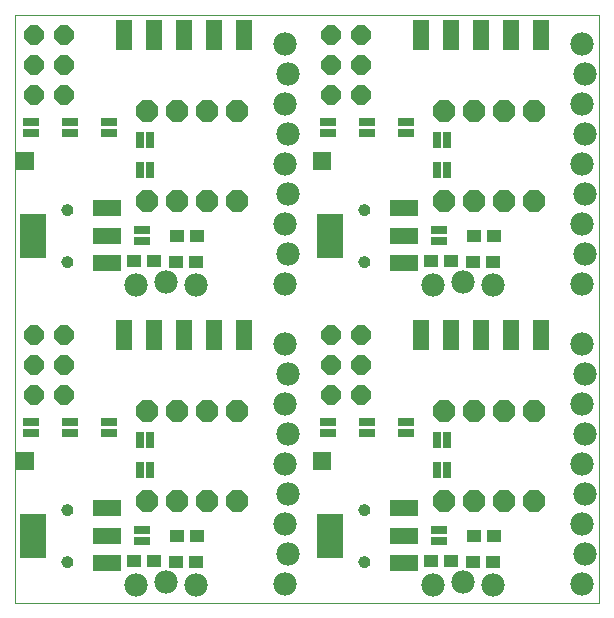
<source format=gbs>
G75*
%MOIN*%
%OFA0B0*%
%FSLAX24Y24*%
%IPPOS*%
%LPD*%
%AMOC8*
5,1,8,0,0,1.08239X$1,22.5*
%
%ADD10C,0.0000*%
%ADD11OC8,0.0720*%
%ADD12R,0.0473X0.0434*%
%ADD13R,0.0540X0.1040*%
%ADD14C,0.0780*%
%ADD15C,0.0394*%
%ADD16R,0.0920X0.0520*%
%ADD17R,0.0906X0.1457*%
%ADD18R,0.0540X0.0290*%
%ADD19OC8,0.0640*%
%ADD20R,0.0290X0.0540*%
%ADD21R,0.0591X0.0591*%
D10*
X000778Y000102D02*
X000778Y019723D01*
X020273Y019723D01*
X020273Y000102D01*
X000778Y000102D01*
X002351Y001485D02*
X002353Y001511D01*
X002359Y001537D01*
X002369Y001562D01*
X002382Y001585D01*
X002398Y001605D01*
X002418Y001623D01*
X002440Y001638D01*
X002463Y001650D01*
X002489Y001658D01*
X002515Y001662D01*
X002541Y001662D01*
X002567Y001658D01*
X002593Y001650D01*
X002617Y001638D01*
X002638Y001623D01*
X002658Y001605D01*
X002674Y001585D01*
X002687Y001562D01*
X002697Y001537D01*
X002703Y001511D01*
X002705Y001485D01*
X002703Y001459D01*
X002697Y001433D01*
X002687Y001408D01*
X002674Y001385D01*
X002658Y001365D01*
X002638Y001347D01*
X002616Y001332D01*
X002593Y001320D01*
X002567Y001312D01*
X002541Y001308D01*
X002515Y001308D01*
X002489Y001312D01*
X002463Y001320D01*
X002439Y001332D01*
X002418Y001347D01*
X002398Y001365D01*
X002382Y001385D01*
X002369Y001408D01*
X002359Y001433D01*
X002353Y001459D01*
X002351Y001485D01*
X002351Y003218D02*
X002353Y003244D01*
X002359Y003270D01*
X002369Y003295D01*
X002382Y003318D01*
X002398Y003338D01*
X002418Y003356D01*
X002440Y003371D01*
X002463Y003383D01*
X002489Y003391D01*
X002515Y003395D01*
X002541Y003395D01*
X002567Y003391D01*
X002593Y003383D01*
X002617Y003371D01*
X002638Y003356D01*
X002658Y003338D01*
X002674Y003318D01*
X002687Y003295D01*
X002697Y003270D01*
X002703Y003244D01*
X002705Y003218D01*
X002703Y003192D01*
X002697Y003166D01*
X002687Y003141D01*
X002674Y003118D01*
X002658Y003098D01*
X002638Y003080D01*
X002616Y003065D01*
X002593Y003053D01*
X002567Y003045D01*
X002541Y003041D01*
X002515Y003041D01*
X002489Y003045D01*
X002463Y003053D01*
X002439Y003065D01*
X002418Y003080D01*
X002398Y003098D01*
X002382Y003118D01*
X002369Y003141D01*
X002359Y003166D01*
X002353Y003192D01*
X002351Y003218D01*
X002351Y011485D02*
X002353Y011511D01*
X002359Y011537D01*
X002369Y011562D01*
X002382Y011585D01*
X002398Y011605D01*
X002418Y011623D01*
X002440Y011638D01*
X002463Y011650D01*
X002489Y011658D01*
X002515Y011662D01*
X002541Y011662D01*
X002567Y011658D01*
X002593Y011650D01*
X002617Y011638D01*
X002638Y011623D01*
X002658Y011605D01*
X002674Y011585D01*
X002687Y011562D01*
X002697Y011537D01*
X002703Y011511D01*
X002705Y011485D01*
X002703Y011459D01*
X002697Y011433D01*
X002687Y011408D01*
X002674Y011385D01*
X002658Y011365D01*
X002638Y011347D01*
X002616Y011332D01*
X002593Y011320D01*
X002567Y011312D01*
X002541Y011308D01*
X002515Y011308D01*
X002489Y011312D01*
X002463Y011320D01*
X002439Y011332D01*
X002418Y011347D01*
X002398Y011365D01*
X002382Y011385D01*
X002369Y011408D01*
X002359Y011433D01*
X002353Y011459D01*
X002351Y011485D01*
X002351Y013218D02*
X002353Y013244D01*
X002359Y013270D01*
X002369Y013295D01*
X002382Y013318D01*
X002398Y013338D01*
X002418Y013356D01*
X002440Y013371D01*
X002463Y013383D01*
X002489Y013391D01*
X002515Y013395D01*
X002541Y013395D01*
X002567Y013391D01*
X002593Y013383D01*
X002617Y013371D01*
X002638Y013356D01*
X002658Y013338D01*
X002674Y013318D01*
X002687Y013295D01*
X002697Y013270D01*
X002703Y013244D01*
X002705Y013218D01*
X002703Y013192D01*
X002697Y013166D01*
X002687Y013141D01*
X002674Y013118D01*
X002658Y013098D01*
X002638Y013080D01*
X002616Y013065D01*
X002593Y013053D01*
X002567Y013045D01*
X002541Y013041D01*
X002515Y013041D01*
X002489Y013045D01*
X002463Y013053D01*
X002439Y013065D01*
X002418Y013080D01*
X002398Y013098D01*
X002382Y013118D01*
X002369Y013141D01*
X002359Y013166D01*
X002353Y013192D01*
X002351Y013218D01*
X012251Y013218D02*
X012253Y013244D01*
X012259Y013270D01*
X012269Y013295D01*
X012282Y013318D01*
X012298Y013338D01*
X012318Y013356D01*
X012340Y013371D01*
X012363Y013383D01*
X012389Y013391D01*
X012415Y013395D01*
X012441Y013395D01*
X012467Y013391D01*
X012493Y013383D01*
X012517Y013371D01*
X012538Y013356D01*
X012558Y013338D01*
X012574Y013318D01*
X012587Y013295D01*
X012597Y013270D01*
X012603Y013244D01*
X012605Y013218D01*
X012603Y013192D01*
X012597Y013166D01*
X012587Y013141D01*
X012574Y013118D01*
X012558Y013098D01*
X012538Y013080D01*
X012516Y013065D01*
X012493Y013053D01*
X012467Y013045D01*
X012441Y013041D01*
X012415Y013041D01*
X012389Y013045D01*
X012363Y013053D01*
X012339Y013065D01*
X012318Y013080D01*
X012298Y013098D01*
X012282Y013118D01*
X012269Y013141D01*
X012259Y013166D01*
X012253Y013192D01*
X012251Y013218D01*
X012251Y011485D02*
X012253Y011511D01*
X012259Y011537D01*
X012269Y011562D01*
X012282Y011585D01*
X012298Y011605D01*
X012318Y011623D01*
X012340Y011638D01*
X012363Y011650D01*
X012389Y011658D01*
X012415Y011662D01*
X012441Y011662D01*
X012467Y011658D01*
X012493Y011650D01*
X012517Y011638D01*
X012538Y011623D01*
X012558Y011605D01*
X012574Y011585D01*
X012587Y011562D01*
X012597Y011537D01*
X012603Y011511D01*
X012605Y011485D01*
X012603Y011459D01*
X012597Y011433D01*
X012587Y011408D01*
X012574Y011385D01*
X012558Y011365D01*
X012538Y011347D01*
X012516Y011332D01*
X012493Y011320D01*
X012467Y011312D01*
X012441Y011308D01*
X012415Y011308D01*
X012389Y011312D01*
X012363Y011320D01*
X012339Y011332D01*
X012318Y011347D01*
X012298Y011365D01*
X012282Y011385D01*
X012269Y011408D01*
X012259Y011433D01*
X012253Y011459D01*
X012251Y011485D01*
X012251Y003218D02*
X012253Y003244D01*
X012259Y003270D01*
X012269Y003295D01*
X012282Y003318D01*
X012298Y003338D01*
X012318Y003356D01*
X012340Y003371D01*
X012363Y003383D01*
X012389Y003391D01*
X012415Y003395D01*
X012441Y003395D01*
X012467Y003391D01*
X012493Y003383D01*
X012517Y003371D01*
X012538Y003356D01*
X012558Y003338D01*
X012574Y003318D01*
X012587Y003295D01*
X012597Y003270D01*
X012603Y003244D01*
X012605Y003218D01*
X012603Y003192D01*
X012597Y003166D01*
X012587Y003141D01*
X012574Y003118D01*
X012558Y003098D01*
X012538Y003080D01*
X012516Y003065D01*
X012493Y003053D01*
X012467Y003045D01*
X012441Y003041D01*
X012415Y003041D01*
X012389Y003045D01*
X012363Y003053D01*
X012339Y003065D01*
X012318Y003080D01*
X012298Y003098D01*
X012282Y003118D01*
X012269Y003141D01*
X012259Y003166D01*
X012253Y003192D01*
X012251Y003218D01*
X012251Y001485D02*
X012253Y001511D01*
X012259Y001537D01*
X012269Y001562D01*
X012282Y001585D01*
X012298Y001605D01*
X012318Y001623D01*
X012340Y001638D01*
X012363Y001650D01*
X012389Y001658D01*
X012415Y001662D01*
X012441Y001662D01*
X012467Y001658D01*
X012493Y001650D01*
X012517Y001638D01*
X012538Y001623D01*
X012558Y001605D01*
X012574Y001585D01*
X012587Y001562D01*
X012597Y001537D01*
X012603Y001511D01*
X012605Y001485D01*
X012603Y001459D01*
X012597Y001433D01*
X012587Y001408D01*
X012574Y001385D01*
X012558Y001365D01*
X012538Y001347D01*
X012516Y001332D01*
X012493Y001320D01*
X012467Y001312D01*
X012441Y001308D01*
X012415Y001308D01*
X012389Y001312D01*
X012363Y001320D01*
X012339Y001332D01*
X012318Y001347D01*
X012298Y001365D01*
X012282Y001385D01*
X012269Y001408D01*
X012259Y001433D01*
X012253Y001459D01*
X012251Y001485D01*
D11*
X015083Y003500D03*
X016083Y003500D03*
X017083Y003500D03*
X018083Y003500D03*
X018083Y006500D03*
X017083Y006500D03*
X016083Y006500D03*
X015083Y006500D03*
X015083Y013500D03*
X016083Y013500D03*
X017083Y013500D03*
X018083Y013500D03*
X018083Y016500D03*
X017083Y016500D03*
X016083Y016500D03*
X015083Y016500D03*
X008183Y016500D03*
X007183Y016500D03*
X006183Y016500D03*
X005183Y016500D03*
X005183Y013500D03*
X006183Y013500D03*
X007183Y013500D03*
X008183Y013500D03*
X008183Y006500D03*
X007183Y006500D03*
X006183Y006500D03*
X005183Y006500D03*
X005183Y003500D03*
X006183Y003500D03*
X007183Y003500D03*
X008183Y003500D03*
D12*
X006862Y002352D03*
X006193Y002352D03*
X006157Y001494D03*
X006826Y001494D03*
X005426Y001513D03*
X004757Y001513D03*
X004757Y011513D03*
X005426Y011513D03*
X006157Y011494D03*
X006826Y011494D03*
X006862Y012352D03*
X006193Y012352D03*
X014657Y011513D03*
X015326Y011513D03*
X016057Y011494D03*
X016726Y011494D03*
X016762Y012352D03*
X016093Y012352D03*
X016093Y002352D03*
X016762Y002352D03*
X016726Y001494D03*
X016057Y001494D03*
X015326Y001513D03*
X014657Y001513D03*
D13*
X014328Y009052D03*
X015328Y009052D03*
X016328Y009052D03*
X017328Y009052D03*
X018328Y009052D03*
X018328Y019052D03*
X017328Y019052D03*
X016328Y019052D03*
X015328Y019052D03*
X014328Y019052D03*
X008428Y019052D03*
X007428Y019052D03*
X006428Y019052D03*
X005428Y019052D03*
X004428Y019052D03*
X004428Y009052D03*
X005428Y009052D03*
X006428Y009052D03*
X007428Y009052D03*
X008428Y009052D03*
D14*
X009778Y008752D03*
X009878Y007752D03*
X009778Y006752D03*
X009878Y005752D03*
X009778Y004752D03*
X009878Y003752D03*
X009778Y002752D03*
X009878Y001752D03*
X009778Y000752D03*
X006828Y000702D03*
X005828Y000802D03*
X004828Y000702D03*
X004828Y010702D03*
X005828Y010802D03*
X006828Y010702D03*
X009778Y010752D03*
X009878Y011752D03*
X009778Y012752D03*
X009878Y013752D03*
X009778Y014752D03*
X009878Y015752D03*
X009778Y016752D03*
X009878Y017752D03*
X009778Y018752D03*
X015728Y010802D03*
X016728Y010702D03*
X014728Y010702D03*
X019678Y010752D03*
X019778Y011752D03*
X019678Y012752D03*
X019778Y013752D03*
X019678Y014752D03*
X019778Y015752D03*
X019678Y016752D03*
X019778Y017752D03*
X019678Y018752D03*
X019678Y008752D03*
X019778Y007752D03*
X019678Y006752D03*
X019778Y005752D03*
X019678Y004752D03*
X019778Y003752D03*
X019678Y002752D03*
X019778Y001752D03*
X019678Y000752D03*
X016728Y000702D03*
X015728Y000802D03*
X014728Y000702D03*
D15*
X012428Y001485D03*
X012428Y003218D03*
X012428Y011485D03*
X012428Y013218D03*
X002528Y013218D03*
X002528Y011485D03*
X002528Y003218D03*
X002528Y001485D03*
D16*
X003848Y001442D03*
X003848Y002352D03*
X003848Y003262D03*
X003848Y011442D03*
X003848Y012352D03*
X003848Y013262D03*
X013748Y013262D03*
X013748Y012352D03*
X013748Y011442D03*
X013748Y003262D03*
X013748Y002352D03*
X013748Y001442D03*
D17*
X011307Y002352D03*
X011307Y012352D03*
X001407Y012352D03*
X001407Y002352D03*
D18*
X001328Y005774D03*
X001328Y006129D03*
X002628Y006129D03*
X002628Y005774D03*
X003928Y005774D03*
X003928Y006129D03*
X005028Y002529D03*
X005028Y002174D03*
X011228Y005774D03*
X011228Y006129D03*
X012528Y006129D03*
X012528Y005774D03*
X013828Y005774D03*
X013828Y006129D03*
X014928Y002529D03*
X014928Y002174D03*
X014928Y012174D03*
X014928Y012529D03*
X013828Y015774D03*
X013828Y016129D03*
X012528Y016129D03*
X012528Y015774D03*
X011228Y015774D03*
X011228Y016129D03*
X005028Y012529D03*
X005028Y012174D03*
X003928Y015774D03*
X003928Y016129D03*
X002628Y016129D03*
X002628Y015774D03*
X001328Y015774D03*
X001328Y016129D03*
D19*
X001428Y017052D03*
X002428Y017052D03*
X002428Y018052D03*
X002428Y019052D03*
X001428Y019052D03*
X001428Y018052D03*
X001428Y009052D03*
X002428Y009052D03*
X002428Y008052D03*
X002428Y007052D03*
X001428Y007052D03*
X001428Y008052D03*
X011328Y008052D03*
X011328Y007052D03*
X012328Y007052D03*
X012328Y008052D03*
X012328Y009052D03*
X011328Y009052D03*
X011328Y017052D03*
X011328Y018052D03*
X011328Y019052D03*
X012328Y019052D03*
X012328Y018052D03*
X012328Y017052D03*
D20*
X014850Y015552D03*
X015205Y015552D03*
X015205Y014552D03*
X014850Y014552D03*
X014850Y005552D03*
X015205Y005552D03*
X015205Y004552D03*
X014850Y004552D03*
X005305Y004552D03*
X004950Y004552D03*
X004950Y005552D03*
X005305Y005552D03*
X005305Y014552D03*
X004950Y014552D03*
X004950Y015552D03*
X005305Y015552D03*
D21*
X001128Y014852D03*
X001128Y004852D03*
X011028Y004852D03*
X011028Y014852D03*
M02*

</source>
